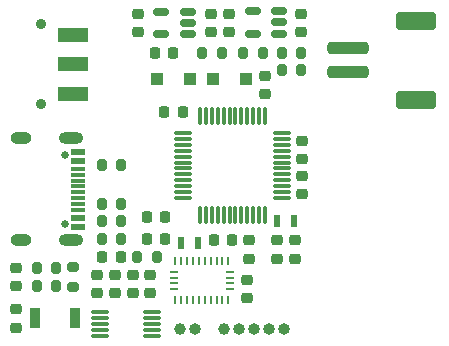
<source format=gts>
%TF.GenerationSoftware,KiCad,Pcbnew,(7.0.0-0)*%
%TF.CreationDate,2023-03-07T12:57:00-05:00*%
%TF.ProjectId,Spatial Sense Module,53706174-6961-46c2-9053-656e7365204d,rev?*%
%TF.SameCoordinates,Original*%
%TF.FileFunction,Soldermask,Top*%
%TF.FilePolarity,Negative*%
%FSLAX46Y46*%
G04 Gerber Fmt 4.6, Leading zero omitted, Abs format (unit mm)*
G04 Created by KiCad (PCBNEW (7.0.0-0)) date 2023-03-07 12:57:00*
%MOMM*%
%LPD*%
G01*
G04 APERTURE LIST*
G04 Aperture macros list*
%AMRoundRect*
0 Rectangle with rounded corners*
0 $1 Rounding radius*
0 $2 $3 $4 $5 $6 $7 $8 $9 X,Y pos of 4 corners*
0 Add a 4 corners polygon primitive as box body*
4,1,4,$2,$3,$4,$5,$6,$7,$8,$9,$2,$3,0*
0 Add four circle primitives for the rounded corners*
1,1,$1+$1,$2,$3*
1,1,$1+$1,$4,$5*
1,1,$1+$1,$6,$7*
1,1,$1+$1,$8,$9*
0 Add four rect primitives between the rounded corners*
20,1,$1+$1,$2,$3,$4,$5,0*
20,1,$1+$1,$4,$5,$6,$7,0*
20,1,$1+$1,$6,$7,$8,$9,0*
20,1,$1+$1,$8,$9,$2,$3,0*%
G04 Aperture macros list end*
%ADD10RoundRect,0.250001X1.449999X-0.499999X1.449999X0.499999X-1.449999X0.499999X-1.449999X-0.499999X0*%
%ADD11RoundRect,0.250000X1.500000X-0.250000X1.500000X0.250000X-1.500000X0.250000X-1.500000X-0.250000X0*%
%ADD12RoundRect,0.225000X0.250000X-0.225000X0.250000X0.225000X-0.250000X0.225000X-0.250000X-0.225000X0*%
%ADD13RoundRect,0.225000X0.225000X0.250000X-0.225000X0.250000X-0.225000X-0.250000X0.225000X-0.250000X0*%
%ADD14RoundRect,0.225000X-0.225000X-0.250000X0.225000X-0.250000X0.225000X0.250000X-0.225000X0.250000X0*%
%ADD15RoundRect,0.225000X-0.250000X0.225000X-0.250000X-0.225000X0.250000X-0.225000X0.250000X0.225000X0*%
%ADD16C,1.000000*%
%ADD17O,1.000000X1.000000*%
%ADD18RoundRect,0.250000X-0.300000X-0.300000X0.300000X-0.300000X0.300000X0.300000X-0.300000X0.300000X0*%
%ADD19RoundRect,0.200000X-0.200000X-0.275000X0.200000X-0.275000X0.200000X0.275000X-0.200000X0.275000X0*%
%ADD20C,0.900000*%
%ADD21R,2.500000X1.250000*%
%ADD22RoundRect,0.075000X-0.650000X-0.075000X0.650000X-0.075000X0.650000X0.075000X-0.650000X0.075000X0*%
%ADD23RoundRect,0.200000X0.200000X0.275000X-0.200000X0.275000X-0.200000X-0.275000X0.200000X-0.275000X0*%
%ADD24R,0.254000X0.675000*%
%ADD25R,0.675000X0.254000*%
%ADD26RoundRect,0.250000X0.300000X0.300000X-0.300000X0.300000X-0.300000X-0.300000X0.300000X-0.300000X0*%
%ADD27RoundRect,0.150000X0.512500X0.150000X-0.512500X0.150000X-0.512500X-0.150000X0.512500X-0.150000X0*%
%ADD28RoundRect,0.075000X0.662500X0.075000X-0.662500X0.075000X-0.662500X-0.075000X0.662500X-0.075000X0*%
%ADD29RoundRect,0.075000X0.075000X0.662500X-0.075000X0.662500X-0.075000X-0.662500X0.075000X-0.662500X0*%
%ADD30RoundRect,0.218750X0.256250X-0.218750X0.256250X0.218750X-0.256250X0.218750X-0.256250X-0.218750X0*%
%ADD31R,0.600000X1.100000*%
%ADD32C,0.650000*%
%ADD33R,1.150000X0.600000*%
%ADD34R,1.150000X0.300000*%
%ADD35O,2.100000X1.000000*%
%ADD36O,1.800000X1.000000*%
%ADD37R,0.900000X1.700000*%
%ADD38RoundRect,0.200000X0.275000X-0.200000X0.275000X0.200000X-0.275000X0.200000X-0.275000X-0.200000X0*%
G04 APERTURE END LIST*
D10*
%TO.C,J2*%
X213050000Y-131000000D03*
X213050000Y-124300000D03*
D11*
X207300000Y-126650000D03*
X207300000Y-128650000D03*
%TD*%
D12*
%TO.C,C3*%
X189050000Y-147375000D03*
X189050000Y-145825000D03*
%TD*%
%TO.C,C23*%
X200250000Y-130550000D03*
X200250000Y-129000000D03*
%TD*%
D13*
%TO.C,C22*%
X191825000Y-140950000D03*
X190275000Y-140950000D03*
%TD*%
D14*
%TO.C,C9*%
X190950000Y-127000000D03*
X192500000Y-127000000D03*
%TD*%
D12*
%TO.C,C1*%
X190550000Y-147375000D03*
X190550000Y-145825000D03*
%TD*%
%TO.C,C5*%
X186050000Y-147375000D03*
X186050000Y-145825000D03*
%TD*%
D15*
%TO.C,C12*%
X203380000Y-137465000D03*
X203380000Y-139015000D03*
%TD*%
D12*
%TO.C,C18*%
X202800000Y-144450000D03*
X202800000Y-142900000D03*
%TD*%
D14*
%TO.C,C4*%
X186475000Y-144300000D03*
X188025000Y-144300000D03*
%TD*%
D16*
%TO.C,J1*%
X193100000Y-150400000D03*
D17*
X194369999Y-150399999D03*
%TD*%
D12*
%TO.C,C24*%
X203380000Y-136055000D03*
X203380000Y-134505000D03*
%TD*%
D18*
%TO.C,D2*%
X195850000Y-129250000D03*
X198650000Y-129250000D03*
%TD*%
D19*
%TO.C,R6*%
X180935000Y-146730000D03*
X182585000Y-146730000D03*
%TD*%
D15*
%TO.C,C16*%
X203300000Y-123725000D03*
X203300000Y-125275000D03*
%TD*%
D19*
%TO.C,R3*%
X189425000Y-144300000D03*
X191075000Y-144300000D03*
%TD*%
%TO.C,R4*%
X194925000Y-127000000D03*
X196575000Y-127000000D03*
%TD*%
D20*
%TO.C,SW2*%
X181250000Y-124600000D03*
X181250000Y-131400000D03*
D21*
X183999999Y-125499999D03*
X183999999Y-127999999D03*
X183999999Y-130499999D03*
%TD*%
D19*
%TO.C,R1*%
X186425000Y-142800000D03*
X188075000Y-142800000D03*
%TD*%
D16*
%TO.C,J4*%
X196800000Y-150400000D03*
D17*
X198069999Y-150399999D03*
X199339999Y-150399999D03*
X200609999Y-150399999D03*
X201879999Y-150399999D03*
%TD*%
D22*
%TO.C,U1*%
X186300000Y-149000000D03*
X186300000Y-149500000D03*
X186300000Y-150000000D03*
X186300000Y-150500000D03*
X186300000Y-151000000D03*
X190700000Y-151000000D03*
X190700000Y-150500000D03*
X190700000Y-150000000D03*
X190700000Y-149500000D03*
X190700000Y-149000000D03*
%TD*%
D23*
%TO.C,R7*%
X203325000Y-127000000D03*
X201675000Y-127000000D03*
%TD*%
D12*
%TO.C,C14*%
X197200000Y-125275000D03*
X197200000Y-123725000D03*
%TD*%
%TO.C,C2*%
X187550000Y-147375000D03*
X187550000Y-145825000D03*
%TD*%
D24*
%TO.C,U2*%
X192649999Y-144637499D03*
D25*
X192512499Y-145549999D03*
X192512499Y-146049999D03*
X192512499Y-146549999D03*
X192512499Y-147049999D03*
D24*
X192649999Y-147962499D03*
X193149999Y-147962499D03*
X193649999Y-147962499D03*
X194149999Y-147962499D03*
X194649999Y-147962499D03*
X195149999Y-147962499D03*
X195649999Y-147962499D03*
X196149999Y-147962499D03*
X196649999Y-147962499D03*
X197149999Y-147962499D03*
D25*
X197287499Y-147049999D03*
X197287499Y-146549999D03*
X197287499Y-146049999D03*
X197287499Y-145549999D03*
D24*
X197149999Y-144637499D03*
X196649999Y-144637499D03*
X196149999Y-144637499D03*
X195649999Y-144637499D03*
X195149999Y-144637499D03*
X194649999Y-144637499D03*
X194149999Y-144637499D03*
X193649999Y-144637499D03*
X193149999Y-144637499D03*
%TD*%
D15*
%TO.C,C11*%
X198750000Y-147825000D03*
X198750000Y-146275000D03*
%TD*%
D26*
%TO.C,D1*%
X193900000Y-129250000D03*
X191100000Y-129250000D03*
%TD*%
D13*
%TO.C,C7*%
X197450000Y-142850000D03*
X195900000Y-142850000D03*
%TD*%
D19*
%TO.C,R5*%
X201675000Y-128500000D03*
X203325000Y-128500000D03*
%TD*%
D27*
%TO.C,U3*%
X193750000Y-125450000D03*
X193750000Y-124500000D03*
X193750000Y-123550000D03*
X191475000Y-123550000D03*
X191475000Y-125450000D03*
%TD*%
D12*
%TO.C,C17*%
X201300000Y-144450000D03*
X201300000Y-142900000D03*
%TD*%
D28*
%TO.C,U6*%
X201662500Y-139320000D03*
X201662500Y-138820000D03*
X201662500Y-138320000D03*
X201662500Y-137820000D03*
X201662500Y-137320000D03*
X201662500Y-136820000D03*
X201662500Y-136320000D03*
X201662500Y-135820000D03*
X201662500Y-135320000D03*
X201662500Y-134820000D03*
X201662500Y-134320000D03*
X201662500Y-133820000D03*
D29*
X200250000Y-132407500D03*
X199750000Y-132407500D03*
X199250000Y-132407500D03*
X198750000Y-132407500D03*
X198250000Y-132407500D03*
X197750000Y-132407500D03*
X197250000Y-132407500D03*
X196750000Y-132407500D03*
X196250000Y-132407500D03*
X195750000Y-132407500D03*
X195250000Y-132407500D03*
X194750000Y-132407500D03*
D28*
X193337500Y-133820000D03*
X193337500Y-134320000D03*
X193337500Y-134820000D03*
X193337500Y-135320000D03*
X193337500Y-135820000D03*
X193337500Y-136320000D03*
X193337500Y-136820000D03*
X193337500Y-137320000D03*
X193337500Y-137820000D03*
X193337500Y-138320000D03*
X193337500Y-138820000D03*
X193337500Y-139320000D03*
D29*
X194750000Y-140732500D03*
X195250000Y-140732500D03*
X195750000Y-140732500D03*
X196250000Y-140732500D03*
X196750000Y-140732500D03*
X197250000Y-140732500D03*
X197750000Y-140732500D03*
X198250000Y-140732500D03*
X198750000Y-140732500D03*
X199250000Y-140732500D03*
X199750000Y-140732500D03*
X200250000Y-140732500D03*
%TD*%
D30*
%TO.C,D4*%
X179200000Y-146787500D03*
X179200000Y-145212500D03*
%TD*%
D13*
%TO.C,C13*%
X193275000Y-132000000D03*
X191725000Y-132000000D03*
%TD*%
D31*
%TO.C,X1*%
X194549999Y-143099999D03*
X193149999Y-143099999D03*
%TD*%
D19*
%TO.C,R12*%
X186425000Y-139840000D03*
X188075000Y-139840000D03*
%TD*%
D32*
%TO.C,J3*%
X183305000Y-135700000D03*
X183305000Y-141480000D03*
D33*
X184379999Y-135389999D03*
X184379999Y-136189999D03*
D34*
X184379999Y-137339999D03*
X184379999Y-138339999D03*
X184379999Y-138839999D03*
X184379999Y-139839999D03*
D33*
X184379999Y-140989999D03*
X184379999Y-141789999D03*
X184379999Y-141789999D03*
X184379999Y-140989999D03*
D34*
X184379999Y-140339999D03*
X184379999Y-139339999D03*
X184379999Y-137839999D03*
X184379999Y-136839999D03*
D33*
X184379999Y-136189999D03*
X184379999Y-135389999D03*
D35*
X183804999Y-134269999D03*
D36*
X179624999Y-134269999D03*
D35*
X183804999Y-142909999D03*
D36*
X179624999Y-142909999D03*
%TD*%
D31*
%TO.C,X2*%
X201299999Y-141249999D03*
X202699999Y-141249999D03*
%TD*%
D37*
%TO.C,SW1*%
X184199999Y-149449999D03*
X180799999Y-149449999D03*
%TD*%
D30*
%TO.C,D3*%
X179200000Y-150287500D03*
X179200000Y-148712500D03*
%TD*%
D19*
%TO.C,R2*%
X186425000Y-141300000D03*
X188075000Y-141300000D03*
%TD*%
D23*
%TO.C,R11*%
X182575000Y-145250000D03*
X180925000Y-145250000D03*
%TD*%
D19*
%TO.C,R13*%
X186425000Y-136550000D03*
X188075000Y-136550000D03*
%TD*%
D38*
%TO.C,R9*%
X184000000Y-146825000D03*
X184000000Y-145175000D03*
%TD*%
D27*
%TO.C,U4*%
X201475000Y-125400000D03*
X201475000Y-124450000D03*
X201475000Y-123500000D03*
X199200000Y-123500000D03*
X199200000Y-125400000D03*
%TD*%
D19*
%TO.C,R8*%
X198425000Y-127000000D03*
X200075000Y-127000000D03*
%TD*%
D14*
%TO.C,C6*%
X190275000Y-142830000D03*
X191825000Y-142830000D03*
%TD*%
D12*
%TO.C,C15*%
X198900000Y-144450000D03*
X198900000Y-142900000D03*
%TD*%
%TO.C,C10*%
X189500000Y-125275000D03*
X189500000Y-123725000D03*
%TD*%
%TO.C,C8*%
X195700000Y-125275000D03*
X195700000Y-123725000D03*
%TD*%
G36*
X214498230Y-131748928D02*
G01*
X214498350Y-131750852D01*
X214496789Y-131751984D01*
X214496781Y-131751985D01*
X214496533Y-131752000D01*
X211603467Y-131752000D01*
X211602053Y-131751414D01*
X211602052Y-131751413D01*
X211601466Y-131749999D01*
X211602052Y-131748585D01*
X211603466Y-131747999D01*
X214496541Y-131747999D01*
X214498230Y-131748928D01*
G37*
G36*
X214498230Y-125048928D02*
G01*
X214498350Y-125050852D01*
X214496789Y-125051984D01*
X214496781Y-125051985D01*
X214496533Y-125052000D01*
X211603467Y-125052000D01*
X211602053Y-125051414D01*
X211602052Y-125051413D01*
X211601466Y-125049999D01*
X211602052Y-125048585D01*
X211603466Y-125047999D01*
X214496541Y-125047999D01*
X214498230Y-125048928D01*
G37*
M02*

</source>
